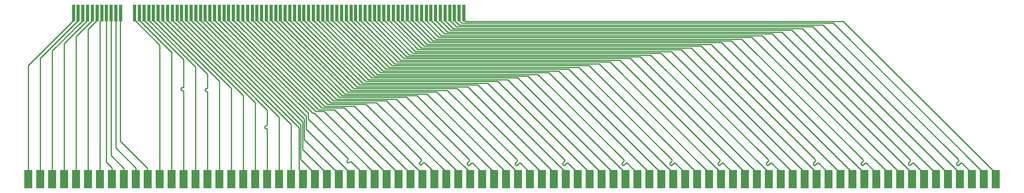
<source format=gbl>
%TF.GenerationSoftware,KiCad,Pcbnew,5.1.6*%
%TF.CreationDate,2020-09-14T21:31:35+02:00*%
%TF.ProjectId,PCIe-pin-header-adapter,50434965-2d70-4696-9e2d-686561646572,rev?*%
%TF.SameCoordinates,Original*%
%TF.FileFunction,Copper,L2,Bot*%
%TF.FilePolarity,Positive*%
%FSLAX46Y46*%
G04 Gerber Fmt 4.6, Leading zero omitted, Abs format (unit mm)*
G04 Created by KiCad (PCBNEW 5.1.6) date 2020-09-14 21:31:35*
%MOMM*%
%LPD*%
G01*
G04 APERTURE LIST*
%TA.AperFunction,SMDPad,CuDef*%
%ADD10R,0.700000X3.600000*%
%TD*%
%TA.AperFunction,SMDPad,CuDef*%
%ADD11R,1.700000X4.000000*%
%TD*%
%TA.AperFunction,Conductor*%
%ADD12C,0.250000*%
%TD*%
G04 APERTURE END LIST*
D10*
%TO.P,J4,B82*%
%TO.N,Net-(J4-PadB82)*%
X107840000Y-83900000D03*
%TO.P,J4,B81*%
%TO.N,Net-(J4-PadB81)*%
X106840000Y-83900000D03*
%TO.P,J4,B80*%
%TO.N,Net-(J4-PadB80)*%
X105840000Y-83900000D03*
%TO.P,J4,B79*%
%TO.N,Net-(J4-PadB79)*%
X104840000Y-83900000D03*
%TO.P,J4,B78*%
%TO.N,Net-(J4-PadB78)*%
X103840000Y-83900000D03*
%TO.P,J4,B77*%
%TO.N,Net-(J4-PadB77)*%
X102840000Y-83900000D03*
%TO.P,J4,B76*%
%TO.N,Net-(J4-PadB76)*%
X101840000Y-83900000D03*
%TO.P,J4,B75*%
%TO.N,Net-(J4-PadB75)*%
X100840000Y-83900000D03*
%TO.P,J4,B74*%
%TO.N,Net-(J4-PadB74)*%
X99840000Y-83900000D03*
%TO.P,J4,B73*%
%TO.N,Net-(J4-PadB73)*%
X98840000Y-83900000D03*
%TO.P,J4,B72*%
%TO.N,Net-(J4-PadB72)*%
X97840000Y-83900000D03*
%TO.P,J4,B71*%
%TO.N,Net-(J4-PadB71)*%
X96840000Y-83900000D03*
%TO.P,J4,B70*%
%TO.N,Net-(J4-PadB70)*%
X95840000Y-83900000D03*
%TO.P,J4,B69*%
%TO.N,Net-(J4-PadB69)*%
X94840000Y-83900000D03*
%TO.P,J4,B68*%
%TO.N,Net-(J4-PadB68)*%
X93840000Y-83900000D03*
%TO.P,J4,B67*%
%TO.N,Net-(J4-PadB67)*%
X92840000Y-83900000D03*
%TO.P,J4,B66*%
%TO.N,Net-(J4-PadB66)*%
X91840000Y-83900000D03*
%TO.P,J4,B65*%
%TO.N,Net-(J4-PadB65)*%
X90840000Y-83900000D03*
%TO.P,J4,B64*%
%TO.N,Net-(J4-PadB64)*%
X89840000Y-83900000D03*
%TO.P,J4,B63*%
%TO.N,Net-(J4-PadB63)*%
X88840000Y-83900000D03*
%TO.P,J4,B62*%
%TO.N,Net-(J4-PadB62)*%
X87840000Y-83900000D03*
%TO.P,J4,B61*%
%TO.N,Net-(J4-PadB61)*%
X86840000Y-83900000D03*
%TO.P,J4,B60*%
%TO.N,Net-(J4-PadB60)*%
X85840000Y-83900000D03*
%TO.P,J4,B59*%
%TO.N,Net-(J4-PadB59)*%
X84840000Y-83900000D03*
%TO.P,J4,B58*%
%TO.N,Net-(J4-PadB58)*%
X83840000Y-83900000D03*
%TO.P,J4,B57*%
%TO.N,Net-(J4-PadB57)*%
X82840000Y-83900000D03*
%TO.P,J4,B56*%
%TO.N,Net-(J4-PadB56)*%
X81840000Y-83900000D03*
%TO.P,J4,B55*%
%TO.N,Net-(J4-PadB55)*%
X80840000Y-83900000D03*
%TO.P,J4,B54*%
%TO.N,Net-(J4-PadB54)*%
X79840000Y-83900000D03*
%TO.P,J4,B53*%
%TO.N,Net-(J4-PadB53)*%
X78840000Y-83900000D03*
%TO.P,J4,B52*%
%TO.N,Net-(J4-PadB52)*%
X77840000Y-83900000D03*
%TO.P,J4,B51*%
%TO.N,Net-(J4-PadB51)*%
X76840000Y-83900000D03*
%TO.P,J4,B50*%
%TO.N,Net-(J4-PadB50)*%
X75840000Y-83900000D03*
%TO.P,J4,B49*%
%TO.N,Net-(J4-PadB49)*%
X74840000Y-83900000D03*
%TO.P,J4,B48*%
%TO.N,Net-(J4-PadB48)*%
X73840000Y-83900000D03*
%TO.P,J4,B47*%
%TO.N,Net-(J4-PadB47)*%
X72840000Y-83900000D03*
%TO.P,J4,B46*%
%TO.N,Net-(J4-PadB46)*%
X71840000Y-83900000D03*
%TO.P,J4,B45*%
%TO.N,Net-(J4-PadB45)*%
X70840000Y-83900000D03*
%TO.P,J4,B44*%
%TO.N,Net-(J4-PadB44)*%
X69840000Y-83900000D03*
%TO.P,J4,B43*%
%TO.N,Net-(J4-PadB43)*%
X68840000Y-83900000D03*
%TO.P,J4,B42*%
%TO.N,Net-(J4-PadB42)*%
X67840000Y-83900000D03*
%TO.P,J4,B41*%
%TO.N,Net-(J4-PadB41)*%
X66840000Y-83900000D03*
%TO.P,J4,B40*%
%TO.N,Net-(J4-PadB40)*%
X65840000Y-83900000D03*
%TO.P,J4,B39*%
%TO.N,Net-(J4-PadB39)*%
X64840000Y-83900000D03*
%TO.P,J4,B38*%
%TO.N,Net-(J4-PadB38)*%
X63840000Y-83900000D03*
%TO.P,J4,B37*%
%TO.N,Net-(J4-PadB37)*%
X62840000Y-83900000D03*
%TO.P,J4,B36*%
%TO.N,Net-(J4-PadB36)*%
X61840000Y-83900000D03*
%TO.P,J4,B35*%
%TO.N,Net-(J4-PadB35)*%
X60840000Y-83900000D03*
%TO.P,J4,B34*%
%TO.N,Net-(J4-PadB34)*%
X59840000Y-83900000D03*
%TO.P,J4,B33*%
%TO.N,Net-(J4-PadB33)*%
X58840000Y-83900000D03*
%TO.P,J4,B32*%
%TO.N,Net-(J4-PadB32)*%
X57840000Y-83900000D03*
%TO.P,J4,B31*%
%TO.N,Net-(J4-PadB31)*%
X56840000Y-83900000D03*
%TO.P,J4,B30*%
%TO.N,Net-(J4-PadB30)*%
X55840000Y-83900000D03*
%TO.P,J4,B29*%
%TO.N,Net-(J4-PadB29)*%
X54840000Y-83900000D03*
%TO.P,J4,B28*%
%TO.N,Net-(J4-PadB28)*%
X53840000Y-83900000D03*
%TO.P,J4,B27*%
%TO.N,Net-(J4-PadB27)*%
X52840000Y-83900000D03*
%TO.P,J4,B26*%
%TO.N,Net-(J4-PadB26)*%
X51840000Y-83900000D03*
%TO.P,J4,B25*%
%TO.N,Net-(J4-PadB25)*%
X50840000Y-83900000D03*
%TO.P,J4,B24*%
%TO.N,Net-(J4-PadB24)*%
X49840000Y-83900000D03*
%TO.P,J4,B23*%
%TO.N,Net-(J4-PadB23)*%
X48840000Y-83900000D03*
%TO.P,J4,B22*%
%TO.N,Net-(J4-PadB22)*%
X47840000Y-83900000D03*
%TO.P,J4,B21*%
%TO.N,Net-(J4-PadB21)*%
X46840000Y-83900000D03*
%TO.P,J4,B20*%
%TO.N,Net-(J4-PadB20)*%
X45840000Y-83900000D03*
%TO.P,J4,B19*%
%TO.N,Net-(J4-PadB19)*%
X44840000Y-83900000D03*
%TO.P,J4,B18*%
%TO.N,Net-(J4-PadB18)*%
X43840000Y-83900000D03*
%TO.P,J4,B17*%
%TO.N,Net-(J4-PadB17)*%
X42840000Y-83900000D03*
%TO.P,J4,B16*%
%TO.N,Net-(J4-PadB16)*%
X41840000Y-83900000D03*
%TO.P,J4,B15*%
%TO.N,Net-(J4-PadB15)*%
X40840000Y-83900000D03*
%TO.P,J4,B14*%
%TO.N,Net-(J4-PadB14)*%
X39840000Y-83900000D03*
%TO.P,J4,B13*%
%TO.N,Net-(J4-PadB13)*%
X38840000Y-83900000D03*
%TO.P,J4,B12*%
%TO.N,Net-(J4-PadB12)*%
X37840000Y-83900000D03*
%TO.P,J4,B11*%
%TO.N,Net-(J4-PadB11)*%
X34840000Y-83900000D03*
%TO.P,J4,B10*%
%TO.N,Net-(J4-PadB10)*%
X33840000Y-83900000D03*
%TO.P,J4,B9*%
%TO.N,Net-(J4-PadB9)*%
X32840000Y-83900000D03*
%TO.P,J4,B8*%
%TO.N,Net-(J4-PadB8)*%
X31840000Y-83900000D03*
%TO.P,J4,B7*%
%TO.N,Net-(J4-PadB7)*%
X30840000Y-83900000D03*
%TO.P,J4,B6*%
%TO.N,Net-(J4-PadB6)*%
X29840000Y-83900000D03*
%TO.P,J4,B5*%
%TO.N,Net-(J4-PadB5)*%
X28840000Y-83900000D03*
%TO.P,J4,B4*%
%TO.N,Net-(J4-PadB4)*%
X27840000Y-83900000D03*
%TO.P,J4,B3*%
%TO.N,Net-(J4-PadB3)*%
X26840000Y-83900000D03*
%TO.P,J4,B2*%
%TO.N,Net-(J4-PadB2)*%
X25840000Y-83900000D03*
%TO.P,J4,B1*%
%TO.N,Net-(J4-PadB1)*%
X24840000Y-83900000D03*
%TD*%
D11*
%TO.P,J7,2*%
%TO.N,Net-(J4-PadB82)*%
X220980000Y-119380000D03*
%TO.P,J7,1*%
%TO.N,Net-(J4-PadB81)*%
X218440000Y-119380000D03*
%TD*%
%TO.P,J6,40*%
%TO.N,Net-(J4-PadB80)*%
X215900000Y-119380000D03*
%TO.P,J6,39*%
%TO.N,Net-(J4-PadB79)*%
X213360000Y-119380000D03*
%TO.P,J6,38*%
%TO.N,Net-(J4-PadB78)*%
X210820000Y-119380000D03*
%TO.P,J6,37*%
%TO.N,Net-(J4-PadB77)*%
X208280000Y-119380000D03*
%TO.P,J6,36*%
%TO.N,Net-(J4-PadB76)*%
X205740000Y-119380000D03*
%TO.P,J6,35*%
%TO.N,Net-(J4-PadB75)*%
X203200000Y-119380000D03*
%TO.P,J6,34*%
%TO.N,Net-(J4-PadB74)*%
X200660000Y-119380000D03*
%TO.P,J6,33*%
%TO.N,Net-(J4-PadB73)*%
X198120000Y-119380000D03*
%TO.P,J6,32*%
%TO.N,Net-(J4-PadB72)*%
X195580000Y-119380000D03*
%TO.P,J6,31*%
%TO.N,Net-(J4-PadB71)*%
X193040000Y-119380000D03*
%TO.P,J6,30*%
%TO.N,Net-(J4-PadB70)*%
X190500000Y-119380000D03*
%TO.P,J6,29*%
%TO.N,Net-(J4-PadB69)*%
X187960000Y-119380000D03*
%TO.P,J6,28*%
%TO.N,Net-(J4-PadB68)*%
X185420000Y-119380000D03*
%TO.P,J6,27*%
%TO.N,Net-(J4-PadB67)*%
X182880000Y-119380000D03*
%TO.P,J6,26*%
%TO.N,Net-(J4-PadB66)*%
X180340000Y-119380000D03*
%TO.P,J6,25*%
%TO.N,Net-(J4-PadB65)*%
X177800000Y-119380000D03*
%TO.P,J6,24*%
%TO.N,Net-(J4-PadB64)*%
X175260000Y-119380000D03*
%TO.P,J6,23*%
%TO.N,Net-(J4-PadB63)*%
X172720000Y-119380000D03*
%TO.P,J6,22*%
%TO.N,Net-(J4-PadB62)*%
X170180000Y-119380000D03*
%TO.P,J6,21*%
%TO.N,Net-(J4-PadB61)*%
X167640000Y-119380000D03*
%TO.P,J6,20*%
%TO.N,Net-(J4-PadB60)*%
X165100000Y-119380000D03*
%TO.P,J6,19*%
%TO.N,Net-(J4-PadB59)*%
X162560000Y-119380000D03*
%TO.P,J6,18*%
%TO.N,Net-(J4-PadB58)*%
X160020000Y-119380000D03*
%TO.P,J6,17*%
%TO.N,Net-(J4-PadB57)*%
X157480000Y-119380000D03*
%TO.P,J6,16*%
%TO.N,Net-(J4-PadB56)*%
X154940000Y-119380000D03*
%TO.P,J6,15*%
%TO.N,Net-(J4-PadB55)*%
X152400000Y-119380000D03*
%TO.P,J6,14*%
%TO.N,Net-(J4-PadB54)*%
X149860000Y-119380000D03*
%TO.P,J6,13*%
%TO.N,Net-(J4-PadB53)*%
X147320000Y-119380000D03*
%TO.P,J6,12*%
%TO.N,Net-(J4-PadB52)*%
X144780000Y-119380000D03*
%TO.P,J6,11*%
%TO.N,Net-(J4-PadB51)*%
X142240000Y-119380000D03*
%TO.P,J6,10*%
%TO.N,Net-(J4-PadB50)*%
X139700000Y-119380000D03*
%TO.P,J6,9*%
%TO.N,Net-(J4-PadB49)*%
X137160000Y-119380000D03*
%TO.P,J6,8*%
%TO.N,Net-(J4-PadB48)*%
X134620000Y-119380000D03*
%TO.P,J6,7*%
%TO.N,Net-(J4-PadB47)*%
X132080000Y-119380000D03*
%TO.P,J6,6*%
%TO.N,Net-(J4-PadB46)*%
X129540000Y-119380000D03*
%TO.P,J6,5*%
%TO.N,Net-(J4-PadB45)*%
X127000000Y-119380000D03*
%TO.P,J6,4*%
%TO.N,Net-(J4-PadB44)*%
X124460000Y-119380000D03*
%TO.P,J6,3*%
%TO.N,Net-(J4-PadB43)*%
X121920000Y-119380000D03*
%TO.P,J6,2*%
%TO.N,Net-(J4-PadB42)*%
X119380000Y-119380000D03*
%TO.P,J6,1*%
%TO.N,Net-(J4-PadB41)*%
X116840000Y-119380000D03*
%TD*%
%TO.P,J5,40*%
%TO.N,Net-(J4-PadB40)*%
X114300000Y-119380000D03*
%TO.P,J5,39*%
%TO.N,Net-(J4-PadB39)*%
X111760000Y-119380000D03*
%TO.P,J5,38*%
%TO.N,Net-(J4-PadB38)*%
X109220000Y-119380000D03*
%TO.P,J5,37*%
%TO.N,Net-(J4-PadB37)*%
X106680000Y-119380000D03*
%TO.P,J5,36*%
%TO.N,Net-(J4-PadB36)*%
X104140000Y-119380000D03*
%TO.P,J5,35*%
%TO.N,Net-(J4-PadB35)*%
X101600000Y-119380000D03*
%TO.P,J5,34*%
%TO.N,Net-(J4-PadB34)*%
X99060000Y-119380000D03*
%TO.P,J5,33*%
%TO.N,Net-(J4-PadB33)*%
X96520000Y-119380000D03*
%TO.P,J5,32*%
%TO.N,Net-(J4-PadB32)*%
X93980000Y-119380000D03*
%TO.P,J5,31*%
%TO.N,Net-(J4-PadB31)*%
X91440000Y-119380000D03*
%TO.P,J5,30*%
%TO.N,Net-(J4-PadB30)*%
X88900000Y-119380000D03*
%TO.P,J5,29*%
%TO.N,Net-(J4-PadB29)*%
X86360000Y-119380000D03*
%TO.P,J5,28*%
%TO.N,Net-(J4-PadB28)*%
X83820000Y-119380000D03*
%TO.P,J5,27*%
%TO.N,Net-(J4-PadB27)*%
X81280000Y-119380000D03*
%TO.P,J5,26*%
%TO.N,Net-(J4-PadB26)*%
X78740000Y-119380000D03*
%TO.P,J5,25*%
%TO.N,Net-(J4-PadB25)*%
X76200000Y-119380000D03*
%TO.P,J5,24*%
%TO.N,Net-(J4-PadB24)*%
X73660000Y-119380000D03*
%TO.P,J5,23*%
%TO.N,Net-(J4-PadB23)*%
X71120000Y-119380000D03*
%TO.P,J5,22*%
%TO.N,Net-(J4-PadB22)*%
X68580000Y-119380000D03*
%TO.P,J5,21*%
%TO.N,Net-(J4-PadB21)*%
X66040000Y-119380000D03*
%TO.P,J5,20*%
%TO.N,Net-(J4-PadB20)*%
X63500000Y-119380000D03*
%TO.P,J5,19*%
%TO.N,Net-(J4-PadB19)*%
X60960000Y-119380000D03*
%TO.P,J5,18*%
%TO.N,Net-(J4-PadB18)*%
X58420000Y-119380000D03*
%TO.P,J5,17*%
%TO.N,Net-(J4-PadB17)*%
X55880000Y-119380000D03*
%TO.P,J5,16*%
%TO.N,Net-(J4-PadB16)*%
X53340000Y-119380000D03*
%TO.P,J5,15*%
%TO.N,Net-(J4-PadB15)*%
X50800000Y-119380000D03*
%TO.P,J5,14*%
%TO.N,Net-(J4-PadB14)*%
X48260000Y-119380000D03*
%TO.P,J5,13*%
%TO.N,Net-(J4-PadB13)*%
X45720000Y-119380000D03*
%TO.P,J5,12*%
%TO.N,Net-(J4-PadB12)*%
X43180000Y-119380000D03*
%TO.P,J5,11*%
%TO.N,Net-(J4-PadB11)*%
X40640000Y-119380000D03*
%TO.P,J5,10*%
%TO.N,Net-(J4-PadB10)*%
X38100000Y-119380000D03*
%TO.P,J5,9*%
%TO.N,Net-(J4-PadB9)*%
X35560000Y-119380000D03*
%TO.P,J5,8*%
%TO.N,Net-(J4-PadB8)*%
X33020000Y-119380000D03*
%TO.P,J5,7*%
%TO.N,Net-(J4-PadB7)*%
X30480000Y-119380000D03*
%TO.P,J5,6*%
%TO.N,Net-(J4-PadB6)*%
X27940000Y-119380000D03*
%TO.P,J5,5*%
%TO.N,Net-(J4-PadB5)*%
X25400000Y-119380000D03*
%TO.P,J5,4*%
%TO.N,Net-(J4-PadB4)*%
X22860000Y-119380000D03*
%TO.P,J5,3*%
%TO.N,Net-(J4-PadB3)*%
X20320000Y-119380000D03*
%TO.P,J5,2*%
%TO.N,Net-(J4-PadB2)*%
X17780000Y-119380000D03*
%TO.P,J5,1*%
%TO.N,Net-(J4-PadB1)*%
X15240000Y-119380000D03*
%TD*%
D12*
%TO.N,Net-(J4-PadB82)*%
X221280000Y-118430000D02*
X188550000Y-85700000D01*
X188550000Y-85700000D02*
X108200000Y-85700000D01*
X108200000Y-85700000D02*
X107840000Y-85340000D01*
X107840000Y-85340000D02*
X107840000Y-83900000D01*
%TO.N,Net-(J4-PadB81)*%
X186377010Y-86077010D02*
X218700000Y-118400000D01*
X106840000Y-83900000D02*
X106840000Y-85503602D01*
X106840000Y-85503602D02*
X107413408Y-86077010D01*
X107413408Y-86077010D02*
X186377010Y-86077010D01*
%TO.N,Net-(J4-PadB80)*%
X213705479Y-115977494D02*
X213766005Y-116006642D01*
X213055981Y-115378542D02*
X213055981Y-115445721D01*
X213041032Y-115511215D02*
X213011885Y-115571741D01*
X212865699Y-116417351D02*
X212932878Y-116417351D01*
X213639985Y-115962545D02*
X213705479Y-115977494D01*
X213446786Y-116006642D02*
X213507312Y-115977494D01*
X212998372Y-116402402D02*
X213058898Y-116373255D01*
X212616124Y-116218322D02*
X212645272Y-116278848D01*
X212645272Y-116278848D02*
X212687157Y-116331370D01*
X212601175Y-116152828D02*
X212616124Y-116218322D01*
X212739679Y-116373255D02*
X212800205Y-116402402D01*
X213111421Y-116331370D02*
X213394263Y-116048527D01*
X212645272Y-115959629D02*
X212616124Y-116020155D01*
X212616124Y-116020155D02*
X212601175Y-116085649D01*
X213766005Y-116006642D02*
X213818528Y-116048528D01*
X212687157Y-116331370D02*
X212739679Y-116373255D01*
X213055981Y-115445721D02*
X213041032Y-115511215D01*
X212932878Y-116417351D02*
X212998372Y-116402402D01*
X213394263Y-116048527D02*
X213446786Y-116006642D01*
X212970000Y-115624264D02*
X212687157Y-115907106D01*
X213507312Y-115977494D02*
X213572806Y-115962545D01*
X213011885Y-115571741D02*
X212970000Y-115624264D01*
X213041032Y-115313048D02*
X213055981Y-115378542D01*
X213058898Y-116373255D02*
X213111421Y-116331370D01*
X212601175Y-116085649D02*
X212601175Y-116152828D01*
X213011885Y-115252522D02*
X213041032Y-115313048D01*
X212687157Y-115907106D02*
X212645272Y-115959629D01*
X212970000Y-115200000D02*
X213011885Y-115252522D01*
X212800205Y-116402402D02*
X212865699Y-116417351D01*
X213572806Y-115962545D02*
X213639985Y-115962545D01*
X105800000Y-85463602D02*
X105800000Y-84000000D01*
X106790418Y-86454020D02*
X105800000Y-85463602D01*
X184224020Y-86454020D02*
X106790418Y-86454020D01*
X215900000Y-118130000D02*
X213818528Y-116048528D01*
X215900000Y-119380000D02*
X215900000Y-118130000D01*
X184224020Y-86454020D02*
X212970000Y-115200000D01*
%TO.N,Net-(J4-PadB79)*%
X213660000Y-118460000D02*
X182031030Y-86831030D01*
X182031030Y-86831030D02*
X178768970Y-86831030D01*
X104840000Y-83900000D02*
X104840000Y-85440000D01*
X106368970Y-86831030D02*
X178768970Y-86831030D01*
X106231030Y-86831030D02*
X106368970Y-86831030D01*
X104840000Y-85440000D02*
X106231030Y-86831030D01*
%TO.N,Net-(J4-PadB78)*%
X211120000Y-118520000D02*
X179808040Y-87208040D01*
X103800000Y-85443172D02*
X103800000Y-84000000D01*
X179808040Y-87208040D02*
X178925132Y-87208040D01*
X178925132Y-87208040D02*
X105564867Y-87208039D01*
X105564867Y-87208039D02*
X103800000Y-85443172D01*
%TO.N,Net-(J4-PadB77)*%
X208580000Y-118580000D02*
X177585049Y-87585049D01*
X102840000Y-83900000D02*
X102840000Y-85440000D01*
X104985049Y-87585049D02*
X105214951Y-87585049D01*
X102840000Y-85440000D02*
X104985049Y-87585049D01*
X177585049Y-87585049D02*
X105214951Y-87585049D01*
%TO.N,Net-(J4-PadB76)*%
X205740000Y-118240000D02*
X205740000Y-119380000D01*
X203496005Y-116006642D02*
X203548528Y-116048528D01*
X203369985Y-115962545D02*
X203435479Y-115977494D01*
X203302806Y-115962545D02*
X203369985Y-115962545D01*
X203237312Y-115977494D02*
X203302806Y-115962545D01*
X202417157Y-115907106D02*
X202375272Y-115959629D01*
X202771032Y-115511215D02*
X202741885Y-115571741D01*
X202346124Y-116020155D02*
X202331175Y-116085649D01*
X202375272Y-116278848D02*
X202417157Y-116331370D01*
X202785981Y-115445721D02*
X202771032Y-115511215D01*
X203548528Y-116048528D02*
X205740000Y-118240000D01*
X202741885Y-115252522D02*
X202771032Y-115313048D01*
X202530205Y-116402402D02*
X202595699Y-116417351D01*
X202700000Y-115200000D02*
X202741885Y-115252522D01*
X104362059Y-87962059D02*
X175462059Y-87962059D01*
X175462059Y-87962059D02*
X202700000Y-115200000D01*
X202728372Y-116402402D02*
X202788898Y-116373255D01*
X202741885Y-115571741D02*
X202700000Y-115624264D01*
X101840000Y-83900000D02*
X101840000Y-85440000D01*
X202331175Y-116085649D02*
X202331175Y-116152828D01*
X202700000Y-115624264D02*
X202417157Y-115907106D01*
X101840000Y-85440000D02*
X104362059Y-87962059D01*
X202469679Y-116373255D02*
X202530205Y-116402402D01*
X202331175Y-116152828D02*
X202346124Y-116218322D01*
X202346124Y-116218322D02*
X202375272Y-116278848D01*
X202785981Y-115378542D02*
X202785981Y-115445721D01*
X202417157Y-116331370D02*
X202469679Y-116373255D01*
X203435479Y-115977494D02*
X203496005Y-116006642D01*
X202771032Y-115313048D02*
X202785981Y-115378542D01*
X202375272Y-115959629D02*
X202346124Y-116020155D01*
X202595699Y-116417351D02*
X202662878Y-116417351D01*
X202662878Y-116417351D02*
X202728372Y-116402402D01*
X203176786Y-116006642D02*
X203237312Y-115977494D01*
X202841421Y-116331370D02*
X203124263Y-116048527D01*
X203124263Y-116048527D02*
X203176786Y-116006642D01*
X202788898Y-116373255D02*
X202841421Y-116331370D01*
%TO.N,Net-(J4-PadB75)*%
X203500000Y-118430000D02*
X173409069Y-88339069D01*
X100840000Y-83900000D02*
X100840000Y-85540000D01*
X100840000Y-83900000D02*
X100840000Y-85473172D01*
X103705897Y-88339069D02*
X103760931Y-88339069D01*
X100840000Y-85473172D02*
X103705897Y-88339069D01*
X173409069Y-88339069D02*
X103760931Y-88339069D01*
%TO.N,Net-(J4-PadB74)*%
X200300000Y-117800000D02*
X171216079Y-88716079D01*
X103052477Y-88716079D02*
X99800000Y-85463602D01*
X171216079Y-88716079D02*
X103052477Y-88716079D01*
X99800000Y-85463602D02*
X99800000Y-83900000D01*
%TO.N,Net-(J4-PadB73)*%
X198420000Y-118420000D02*
X169093089Y-89093089D01*
X98900000Y-84200000D02*
X99000000Y-84100000D01*
X98840000Y-83900000D02*
X98840000Y-85440000D01*
X102493089Y-89093089D02*
X102693089Y-89093089D01*
X98840000Y-85440000D02*
X102493089Y-89093089D01*
X169093089Y-89093089D02*
X102693089Y-89093089D01*
%TO.N,Net-(J4-PadB72)*%
X193508528Y-116048528D02*
X195580000Y-118120000D01*
X193395479Y-115977494D02*
X193456005Y-116006642D01*
X193329985Y-115962545D02*
X193395479Y-115977494D01*
X193262806Y-115962545D02*
X193329985Y-115962545D01*
X192660000Y-115624264D02*
X192377157Y-115907106D01*
X195580000Y-118120000D02*
X195580000Y-119380000D01*
X192701885Y-115571741D02*
X192660000Y-115624264D01*
X101870099Y-89470099D02*
X166930099Y-89470099D01*
X192731032Y-115511215D02*
X192701885Y-115571741D01*
X166930099Y-89470099D02*
X192660000Y-115200000D01*
X192745981Y-115378542D02*
X192745981Y-115445721D01*
X193456005Y-116006642D02*
X193508528Y-116048528D01*
X192731032Y-115313048D02*
X192745981Y-115378542D01*
X192335272Y-115959629D02*
X192306124Y-116020155D01*
X192660000Y-115200000D02*
X192701885Y-115252522D01*
X192377157Y-115907106D02*
X192335272Y-115959629D01*
X192555699Y-116417351D02*
X192622878Y-116417351D01*
X192622878Y-116417351D02*
X192688372Y-116402402D01*
X192377157Y-116331370D02*
X192429679Y-116373255D01*
X192701885Y-115252522D02*
X192731032Y-115313048D01*
X192291175Y-116085649D02*
X192291175Y-116152828D01*
X192688372Y-116402402D02*
X192748898Y-116373255D01*
X97840000Y-85440000D02*
X101870099Y-89470099D01*
X97840000Y-83900000D02*
X97840000Y-85440000D01*
X192306124Y-116020155D02*
X192291175Y-116085649D01*
X192429679Y-116373255D02*
X192490205Y-116402402D01*
X193136786Y-116006642D02*
X193197312Y-115977494D01*
X192291175Y-116152828D02*
X192306124Y-116218322D01*
X192306124Y-116218322D02*
X192335272Y-116278848D01*
X192335272Y-116278848D02*
X192377157Y-116331370D01*
X193197312Y-115977494D02*
X193262806Y-115962545D01*
X192490205Y-116402402D02*
X192555699Y-116417351D01*
X193084263Y-116048527D02*
X193136786Y-116006642D01*
X192748898Y-116373255D02*
X192801421Y-116331370D01*
X192745981Y-115445721D02*
X192731032Y-115511215D01*
X192801421Y-116331370D02*
X193084263Y-116048527D01*
%TO.N,Net-(J4-PadB71)*%
X193340000Y-118440000D02*
X164747109Y-89847109D01*
X96840000Y-83900000D02*
X96840000Y-85440000D01*
X98600000Y-87200000D02*
X98605782Y-87200000D01*
X98605782Y-87200000D02*
X101252891Y-89847109D01*
X96840000Y-85440000D02*
X98600000Y-87200000D01*
X164747109Y-89847109D02*
X101252891Y-89847109D01*
%TO.N,Net-(J4-PadB70)*%
X190800000Y-118400000D02*
X162624119Y-90224119D01*
X100624119Y-90224119D02*
X95800000Y-85400000D01*
X95800000Y-85400000D02*
X95800000Y-83900000D01*
X162624119Y-90224119D02*
X100624119Y-90224119D01*
%TO.N,Net-(J4-PadB69)*%
X94800000Y-85400000D02*
X94800000Y-83900000D01*
X160401129Y-90601129D02*
X100001129Y-90601129D01*
X100001129Y-90601129D02*
X94800000Y-85400000D01*
X188260000Y-118460000D02*
X160401129Y-90601129D01*
%TO.N,Net-(J4-PadB68)*%
X183235479Y-115977494D02*
X183296005Y-116006642D01*
X182585981Y-115378542D02*
X182585981Y-115445721D01*
X182571032Y-115511215D02*
X182541885Y-115571741D01*
X182395699Y-116417351D02*
X182462878Y-116417351D01*
X183169985Y-115962545D02*
X183235479Y-115977494D01*
X182976786Y-116006642D02*
X183037312Y-115977494D01*
X182528372Y-116402402D02*
X182588898Y-116373255D01*
X182146124Y-116218322D02*
X182175272Y-116278848D01*
X182175272Y-116278848D02*
X182217157Y-116331370D01*
X182131175Y-116152828D02*
X182146124Y-116218322D01*
X182269679Y-116373255D02*
X182330205Y-116402402D01*
X182641421Y-116331370D02*
X182924263Y-116048527D01*
X182175272Y-115959629D02*
X182146124Y-116020155D01*
X182146124Y-116020155D02*
X182131175Y-116085649D01*
X183296005Y-116006642D02*
X183348528Y-116048528D01*
X182217157Y-116331370D02*
X182269679Y-116373255D01*
X182585981Y-115445721D02*
X182571032Y-115511215D01*
X182462878Y-116417351D02*
X182528372Y-116402402D01*
X182924263Y-116048527D02*
X182976786Y-116006642D01*
X182500000Y-115624264D02*
X182217157Y-115907106D01*
X183037312Y-115977494D02*
X183102806Y-115962545D01*
X182541885Y-115571741D02*
X182500000Y-115624264D01*
X182571032Y-115313048D02*
X182585981Y-115378542D01*
X182588898Y-116373255D02*
X182641421Y-116331370D01*
X182131175Y-116085649D02*
X182131175Y-116152828D01*
X182541885Y-115252522D02*
X182571032Y-115313048D01*
X182217157Y-115907106D02*
X182175272Y-115959629D01*
X182500000Y-115200000D02*
X182541885Y-115252522D01*
X182330205Y-116402402D02*
X182395699Y-116417351D01*
X183102806Y-115962545D02*
X183169985Y-115962545D01*
X158278139Y-90978139D02*
X99378139Y-90978139D01*
X93800000Y-85400000D02*
X93800000Y-83900000D01*
X99378139Y-90978139D02*
X93800000Y-85400000D01*
X185420000Y-118120000D02*
X183348528Y-116048528D01*
X185420000Y-119380000D02*
X185420000Y-118120000D01*
X158278139Y-90978139D02*
X182500000Y-115200000D01*
%TO.N,Net-(J4-PadB67)*%
X156155149Y-91355149D02*
X98755149Y-91355149D01*
X183180000Y-118380000D02*
X156155149Y-91355149D01*
X98755149Y-91355149D02*
X92800000Y-85400000D01*
X92800000Y-85400000D02*
X92800000Y-83900000D01*
%TO.N,Net-(J4-PadB66)*%
X180640000Y-118340000D02*
X154032159Y-91732159D01*
X91800000Y-85400000D02*
X91800000Y-83900000D01*
X98132159Y-91732159D02*
X91800000Y-85400000D01*
X154032159Y-91732159D02*
X98132159Y-91732159D01*
%TO.N,Net-(J4-PadB65)*%
X151909169Y-92109169D02*
X98390831Y-92109169D01*
X90800000Y-85400000D02*
X90800000Y-83900000D01*
X178100000Y-118300000D02*
X151909169Y-92109169D01*
X98390831Y-92109169D02*
X97690831Y-92109169D01*
X97690831Y-92109169D02*
X97509169Y-92109169D01*
X97509169Y-92109169D02*
X90800000Y-85400000D01*
%TO.N,Net-(J4-PadB64)*%
X173235479Y-115977494D02*
X173296005Y-116006642D01*
X172585981Y-115378542D02*
X172585981Y-115445721D01*
X172571032Y-115511215D02*
X172541885Y-115571741D01*
X172395699Y-116417351D02*
X172462878Y-116417351D01*
X173169985Y-115962545D02*
X173235479Y-115977494D01*
X172976786Y-116006642D02*
X173037312Y-115977494D01*
X172528372Y-116402402D02*
X172588898Y-116373255D01*
X172146124Y-116218322D02*
X172175272Y-116278848D01*
X172175272Y-116278848D02*
X172217157Y-116331370D01*
X172131175Y-116152828D02*
X172146124Y-116218322D01*
X172269679Y-116373255D02*
X172330205Y-116402402D01*
X172641421Y-116331370D02*
X172924263Y-116048527D01*
X172175272Y-115959629D02*
X172146124Y-116020155D01*
X172146124Y-116020155D02*
X172131175Y-116085649D01*
X173296005Y-116006642D02*
X173348528Y-116048528D01*
X172217157Y-116331370D02*
X172269679Y-116373255D01*
X172585981Y-115445721D02*
X172571032Y-115511215D01*
X172462878Y-116417351D02*
X172528372Y-116402402D01*
X172924263Y-116048527D02*
X172976786Y-116006642D01*
X172500000Y-115624264D02*
X172217157Y-115907106D01*
X173037312Y-115977494D02*
X173102806Y-115962545D01*
X172541885Y-115571741D02*
X172500000Y-115624264D01*
X172571032Y-115313048D02*
X172585981Y-115378542D01*
X172588898Y-116373255D02*
X172641421Y-116331370D01*
X172131175Y-116085649D02*
X172131175Y-116152828D01*
X172541885Y-115252522D02*
X172571032Y-115313048D01*
X172217157Y-115907106D02*
X172175272Y-115959629D01*
X172500000Y-115200000D02*
X172541885Y-115252522D01*
X172330205Y-116402402D02*
X172395699Y-116417351D01*
X173102806Y-115962545D02*
X173169985Y-115962545D01*
X149786179Y-92486179D02*
X96886179Y-92486179D01*
X89840000Y-83900000D02*
X89840000Y-85440000D01*
X89840000Y-85440000D02*
X96886179Y-92486179D01*
X175260000Y-117960000D02*
X173348528Y-116048528D01*
X175260000Y-119380000D02*
X175260000Y-117960000D01*
X149786179Y-92486179D02*
X172500000Y-115200000D01*
%TO.N,Net-(J4-PadB63)*%
X173020000Y-118320000D02*
X147563189Y-92863189D01*
X147563189Y-92863189D02*
X96263189Y-92863189D01*
X96263189Y-92863189D02*
X88800000Y-85400000D01*
X88800000Y-85400000D02*
X88800000Y-84000000D01*
%TO.N,Net-(J4-PadB62)*%
X95959801Y-93240199D02*
X95640199Y-93240199D01*
X87840000Y-83900000D02*
X87840000Y-85440000D01*
X170480000Y-118380000D02*
X145340199Y-93240199D01*
X96259801Y-93240199D02*
X95959801Y-93240199D01*
X87840000Y-85440000D02*
X95640199Y-93240199D01*
X145340199Y-93240199D02*
X96259801Y-93240199D01*
%TO.N,Net-(J4-PadB61)*%
X86840000Y-85440000D02*
X95017209Y-93617209D01*
X143217209Y-93617209D02*
X167940000Y-118340000D01*
X86840000Y-83900000D02*
X86840000Y-85440000D01*
X95017209Y-93617209D02*
X143217209Y-93617209D01*
%TO.N,Net-(J4-PadB60)*%
X162935479Y-115977494D02*
X162996005Y-116006642D01*
X162285981Y-115378542D02*
X162285981Y-115445721D01*
X162271032Y-115511215D02*
X162241885Y-115571741D01*
X162095699Y-116417351D02*
X162162878Y-116417351D01*
X162869985Y-115962545D02*
X162935479Y-115977494D01*
X162676786Y-116006642D02*
X162737312Y-115977494D01*
X162228372Y-116402402D02*
X162288898Y-116373255D01*
X161846124Y-116218322D02*
X161875272Y-116278848D01*
X161875272Y-116278848D02*
X161917157Y-116331370D01*
X161831175Y-116152828D02*
X161846124Y-116218322D01*
X161969679Y-116373255D02*
X162030205Y-116402402D01*
X162341421Y-116331370D02*
X162624263Y-116048527D01*
X161875272Y-115959629D02*
X161846124Y-116020155D01*
X161846124Y-116020155D02*
X161831175Y-116085649D01*
X162996005Y-116006642D02*
X163048528Y-116048528D01*
X161917157Y-116331370D02*
X161969679Y-116373255D01*
X162285981Y-115445721D02*
X162271032Y-115511215D01*
X162162878Y-116417351D02*
X162228372Y-116402402D01*
X162624263Y-116048527D02*
X162676786Y-116006642D01*
X162200000Y-115624264D02*
X161917157Y-115907106D01*
X162737312Y-115977494D02*
X162802806Y-115962545D01*
X162241885Y-115571741D02*
X162200000Y-115624264D01*
X162271032Y-115313048D02*
X162285981Y-115378542D01*
X162288898Y-116373255D02*
X162341421Y-116331370D01*
X161831175Y-116085649D02*
X161831175Y-116152828D01*
X162241885Y-115252522D02*
X162271032Y-115313048D01*
X161917157Y-115907106D02*
X161875272Y-115959629D01*
X162200000Y-115200000D02*
X162241885Y-115252522D01*
X162030205Y-116402402D02*
X162095699Y-116417351D01*
X162802806Y-115962545D02*
X162869985Y-115962545D01*
X140994219Y-93994219D02*
X94394219Y-93994219D01*
X85840000Y-83900000D02*
X85840000Y-85540000D01*
X85840000Y-85440000D02*
X85840000Y-83900000D01*
X94394219Y-93994219D02*
X85840000Y-85440000D01*
X165100000Y-118100000D02*
X163048528Y-116048528D01*
X165100000Y-119380000D02*
X165100000Y-118100000D01*
X140994219Y-93994219D02*
X162200000Y-115200000D01*
%TO.N,Net-(J4-PadB59)*%
X84840000Y-85440000D02*
X84840000Y-83900000D01*
X138871229Y-94371229D02*
X93771229Y-94371229D01*
X93771229Y-94371229D02*
X84840000Y-85440000D01*
X162860000Y-118360000D02*
X138871229Y-94371229D01*
%TO.N,Net-(J4-PadB58)*%
X83840000Y-85440000D02*
X83840000Y-83900000D01*
X93148239Y-94748239D02*
X83840000Y-85440000D01*
X160320000Y-118420000D02*
X136648239Y-94748239D01*
X136648239Y-94748239D02*
X93148239Y-94748239D01*
%TO.N,Net-(J4-PadB57)*%
X134425249Y-95125249D02*
X92525249Y-95125249D01*
X82840000Y-85440000D02*
X82840000Y-83900000D01*
X157780000Y-118480000D02*
X134425249Y-95125249D01*
X92525249Y-95125249D02*
X82840000Y-85440000D01*
%TO.N,Net-(J4-PadB56)*%
X152735479Y-115977494D02*
X152796005Y-116006642D01*
X152085981Y-115378542D02*
X152085981Y-115445721D01*
X152071032Y-115511215D02*
X152041885Y-115571741D01*
X151895699Y-116417351D02*
X151962878Y-116417351D01*
X152669985Y-115962545D02*
X152735479Y-115977494D01*
X152476786Y-116006642D02*
X152537312Y-115977494D01*
X152028372Y-116402402D02*
X152088898Y-116373255D01*
X151646124Y-116218322D02*
X151675272Y-116278848D01*
X151675272Y-116278848D02*
X151717157Y-116331370D01*
X151631175Y-116152828D02*
X151646124Y-116218322D01*
X151769679Y-116373255D02*
X151830205Y-116402402D01*
X152141421Y-116331370D02*
X152424263Y-116048527D01*
X151675272Y-115959629D02*
X151646124Y-116020155D01*
X151646124Y-116020155D02*
X151631175Y-116085649D01*
X152796005Y-116006642D02*
X152848528Y-116048528D01*
X151717157Y-116331370D02*
X151769679Y-116373255D01*
X152085981Y-115445721D02*
X152071032Y-115511215D01*
X151962878Y-116417351D02*
X152028372Y-116402402D01*
X152424263Y-116048527D02*
X152476786Y-116006642D01*
X152000000Y-115624264D02*
X151717157Y-115907106D01*
X152537312Y-115977494D02*
X152602806Y-115962545D01*
X152041885Y-115571741D02*
X152000000Y-115624264D01*
X152071032Y-115313048D02*
X152085981Y-115378542D01*
X152088898Y-116373255D02*
X152141421Y-116331370D01*
X151631175Y-116085649D02*
X151631175Y-116152828D01*
X152041885Y-115252522D02*
X152071032Y-115313048D01*
X151717157Y-115907106D02*
X151675272Y-115959629D01*
X152000000Y-115200000D02*
X152041885Y-115252522D01*
X151830205Y-116402402D02*
X151895699Y-116417351D01*
X152602806Y-115962545D02*
X152669985Y-115962545D01*
X91902259Y-95502259D02*
X81840000Y-85440000D01*
X132302259Y-95502259D02*
X91902259Y-95502259D01*
X81840000Y-85440000D02*
X81840000Y-83900000D01*
X154940000Y-118140000D02*
X152848528Y-116048528D01*
X154940000Y-119380000D02*
X154940000Y-118140000D01*
X132302259Y-95502259D02*
X152000000Y-115200000D01*
%TO.N,Net-(J4-PadB55)*%
X80840000Y-85440000D02*
X80840000Y-83900000D01*
X152700000Y-118500000D02*
X130079269Y-95879269D01*
X130079269Y-95879269D02*
X91279269Y-95879269D01*
X91279269Y-95879269D02*
X80840000Y-85440000D01*
%TO.N,Net-(J4-PadB54)*%
X90656279Y-96256279D02*
X79840000Y-85440000D01*
X127956279Y-96256279D02*
X90656279Y-96256279D01*
X150160000Y-118460000D02*
X127956279Y-96256279D01*
X79840000Y-85440000D02*
X79840000Y-83900000D01*
%TO.N,Net-(J4-PadB53)*%
X90033289Y-96633289D02*
X78840000Y-85440000D01*
X78840000Y-85440000D02*
X78840000Y-83900000D01*
X147620000Y-118420000D02*
X125833289Y-96633289D01*
X125833289Y-96633289D02*
X90033289Y-96633289D01*
%TO.N,Net-(J4-PadB52)*%
X142535479Y-115977494D02*
X142596005Y-116006642D01*
X141885981Y-115378542D02*
X141885981Y-115445721D01*
X141871032Y-115511215D02*
X141841885Y-115571741D01*
X141695699Y-116417351D02*
X141762878Y-116417351D01*
X142469985Y-115962545D02*
X142535479Y-115977494D01*
X142276786Y-116006642D02*
X142337312Y-115977494D01*
X141828372Y-116402402D02*
X141888898Y-116373255D01*
X141446124Y-116218322D02*
X141475272Y-116278848D01*
X141475272Y-116278848D02*
X141517157Y-116331370D01*
X141431175Y-116152828D02*
X141446124Y-116218322D01*
X141569679Y-116373255D02*
X141630205Y-116402402D01*
X141941421Y-116331370D02*
X142224263Y-116048527D01*
X141475272Y-115959629D02*
X141446124Y-116020155D01*
X141446124Y-116020155D02*
X141431175Y-116085649D01*
X142596005Y-116006642D02*
X142648528Y-116048528D01*
X141517157Y-116331370D02*
X141569679Y-116373255D01*
X141885981Y-115445721D02*
X141871032Y-115511215D01*
X141762878Y-116417351D02*
X141828372Y-116402402D01*
X142224263Y-116048527D02*
X142276786Y-116006642D01*
X141800000Y-115624264D02*
X141517157Y-115907106D01*
X142337312Y-115977494D02*
X142402806Y-115962545D01*
X141841885Y-115571741D02*
X141800000Y-115624264D01*
X141871032Y-115313048D02*
X141885981Y-115378542D01*
X141888898Y-116373255D02*
X141941421Y-116331370D01*
X141431175Y-116085649D02*
X141431175Y-116152828D01*
X141841885Y-115252522D02*
X141871032Y-115313048D01*
X141517157Y-115907106D02*
X141475272Y-115959629D01*
X141800000Y-115200000D02*
X141841885Y-115252522D01*
X141630205Y-116402402D02*
X141695699Y-116417351D01*
X142402806Y-115962545D02*
X142469985Y-115962545D01*
X123610299Y-97010299D02*
X89410299Y-97010299D01*
X89410299Y-97010299D02*
X77840000Y-85440000D01*
X77840000Y-85440000D02*
X77840000Y-83900000D01*
X144780000Y-118180000D02*
X142648528Y-116048528D01*
X144780000Y-119380000D02*
X144780000Y-118180000D01*
X123610299Y-97010299D02*
X141800000Y-115200000D01*
%TO.N,Net-(J4-PadB51)*%
X121487309Y-97387309D02*
X88787309Y-97387309D01*
X76840000Y-85440000D02*
X76840000Y-83900000D01*
X142540000Y-118440000D02*
X121487309Y-97387309D01*
X88787309Y-97387309D02*
X76840000Y-85440000D01*
%TO.N,Net-(J4-PadB50)*%
X75840000Y-85440000D02*
X75840000Y-83900000D01*
X140000000Y-118500000D02*
X119264319Y-97764319D01*
X88164319Y-97764319D02*
X75840000Y-85440000D01*
X119264319Y-97764319D02*
X88164319Y-97764319D01*
%TO.N,Net-(J4-PadB49)*%
X87541329Y-98141329D02*
X74840000Y-85440000D01*
X74840000Y-85440000D02*
X74840000Y-83900000D01*
X137460000Y-118460000D02*
X117141329Y-98141329D01*
X117141329Y-98141329D02*
X87541329Y-98141329D01*
%TO.N,Net-(J4-PadB48)*%
X134920000Y-118420000D02*
X115018339Y-98518339D01*
X73840000Y-85440000D02*
X73840000Y-83900000D01*
X115018339Y-98518339D02*
X86918339Y-98518339D01*
X86918339Y-98518339D02*
X73840000Y-85440000D01*
%TO.N,Net-(J4-PadB47)*%
X129935479Y-115977494D02*
X129996005Y-116006642D01*
X129285981Y-115378542D02*
X129285981Y-115445721D01*
X129271032Y-115511215D02*
X129241885Y-115571741D01*
X129095699Y-116417351D02*
X129162878Y-116417351D01*
X129869985Y-115962545D02*
X129935479Y-115977494D01*
X129676786Y-116006642D02*
X129737312Y-115977494D01*
X129228372Y-116402402D02*
X129288898Y-116373255D01*
X128846124Y-116218322D02*
X128875272Y-116278848D01*
X128875272Y-116278848D02*
X128917157Y-116331370D01*
X128831175Y-116152828D02*
X128846124Y-116218322D01*
X128969679Y-116373255D02*
X129030205Y-116402402D01*
X129341421Y-116331370D02*
X129624263Y-116048527D01*
X128875272Y-115959629D02*
X128846124Y-116020155D01*
X128846124Y-116020155D02*
X128831175Y-116085649D01*
X129996005Y-116006642D02*
X130048528Y-116048528D01*
X128917157Y-116331370D02*
X128969679Y-116373255D01*
X129285981Y-115445721D02*
X129271032Y-115511215D01*
X129162878Y-116417351D02*
X129228372Y-116402402D01*
X129624263Y-116048527D02*
X129676786Y-116006642D01*
X129200000Y-115624264D02*
X128917157Y-115907106D01*
X129737312Y-115977494D02*
X129802806Y-115962545D01*
X129241885Y-115571741D02*
X129200000Y-115624264D01*
X129271032Y-115313048D02*
X129285981Y-115378542D01*
X129288898Y-116373255D02*
X129341421Y-116331370D01*
X128831175Y-116085649D02*
X128831175Y-116152828D01*
X129241885Y-115252522D02*
X129271032Y-115313048D01*
X128917157Y-115907106D02*
X128875272Y-115959629D01*
X129200000Y-115200000D02*
X129241885Y-115252522D01*
X129030205Y-116402402D02*
X129095699Y-116417351D01*
X129802806Y-115962545D02*
X129869985Y-115962545D01*
X86295349Y-98895349D02*
X72840000Y-85440000D01*
X112895349Y-98895349D02*
X86295349Y-98895349D01*
X72840000Y-85440000D02*
X72840000Y-83900000D01*
X132080000Y-118080000D02*
X130048528Y-116048528D01*
X132080000Y-119380000D02*
X132080000Y-118080000D01*
X112895349Y-98895349D02*
X129200000Y-115200000D01*
%TO.N,Net-(J4-PadB46)*%
X71840000Y-85440000D02*
X71840000Y-83900000D01*
X129840000Y-118340000D02*
X110772359Y-99272359D01*
X85672359Y-99272359D02*
X71840000Y-85440000D01*
X110772359Y-99272359D02*
X85672359Y-99272359D01*
%TO.N,Net-(J4-PadB45)*%
X127300000Y-118300000D02*
X108649369Y-99649369D01*
X70840000Y-85440000D02*
X70840000Y-83900000D01*
X108649369Y-99649369D02*
X85049369Y-99649369D01*
X85049369Y-99649369D02*
X70840000Y-85440000D01*
%TO.N,Net-(J4-PadB44)*%
X124760000Y-118360000D02*
X106426379Y-100026379D01*
X106426379Y-100026379D02*
X84426379Y-100026379D01*
X69840000Y-85440000D02*
X69840000Y-83900000D01*
X84426379Y-100026379D02*
X69840000Y-85440000D01*
%TO.N,Net-(J4-PadB43)*%
X119835479Y-115977494D02*
X119896005Y-116006642D01*
X119185981Y-115378542D02*
X119185981Y-115445721D01*
X119171032Y-115511215D02*
X119141885Y-115571741D01*
X118995699Y-116417351D02*
X119062878Y-116417351D01*
X119769985Y-115962545D02*
X119835479Y-115977494D01*
X119576786Y-116006642D02*
X119637312Y-115977494D01*
X119128372Y-116402402D02*
X119188898Y-116373255D01*
X118746124Y-116218322D02*
X118775272Y-116278848D01*
X118775272Y-116278848D02*
X118817157Y-116331370D01*
X118731175Y-116152828D02*
X118746124Y-116218322D01*
X118869679Y-116373255D02*
X118930205Y-116402402D01*
X119241421Y-116331370D02*
X119524263Y-116048527D01*
X118775272Y-115959629D02*
X118746124Y-116020155D01*
X118746124Y-116020155D02*
X118731175Y-116085649D01*
X119896005Y-116006642D02*
X119948528Y-116048528D01*
X118817157Y-116331370D02*
X118869679Y-116373255D01*
X119185981Y-115445721D02*
X119171032Y-115511215D01*
X119062878Y-116417351D02*
X119128372Y-116402402D01*
X119524263Y-116048527D02*
X119576786Y-116006642D01*
X119100000Y-115624264D02*
X118817157Y-115907106D01*
X119637312Y-115977494D02*
X119702806Y-115962545D01*
X119141885Y-115571741D02*
X119100000Y-115624264D01*
X119171032Y-115313048D02*
X119185981Y-115378542D01*
X119188898Y-116373255D02*
X119241421Y-116331370D01*
X118731175Y-116085649D02*
X118731175Y-116152828D01*
X119141885Y-115252522D02*
X119171032Y-115313048D01*
X118817157Y-115907106D02*
X118775272Y-115959629D01*
X119100000Y-115200000D02*
X119141885Y-115252522D01*
X118930205Y-116402402D02*
X118995699Y-116417351D01*
X119702806Y-115962545D02*
X119769985Y-115962545D01*
X68840000Y-85440000D02*
X68840000Y-83900000D01*
X83803389Y-100403389D02*
X68840000Y-85440000D01*
X104303389Y-100403389D02*
X83803389Y-100403389D01*
X121920000Y-118020000D02*
X119948528Y-116048528D01*
X121920000Y-119380000D02*
X121920000Y-118020000D01*
X104303389Y-100403389D02*
X119100000Y-115200000D01*
%TO.N,Net-(J4-PadB42)*%
X83180399Y-100780399D02*
X67840000Y-85440000D01*
X119680000Y-118380000D02*
X102080399Y-100780399D01*
X102080399Y-100780399D02*
X83180399Y-100780399D01*
X67840000Y-85440000D02*
X67840000Y-83900000D01*
%TO.N,Net-(J4-PadB41)*%
X82557409Y-101157409D02*
X66840000Y-85440000D01*
X66840000Y-85440000D02*
X66840000Y-83900000D01*
X117140000Y-118340000D02*
X99957409Y-101157409D01*
X99957409Y-101157409D02*
X82557409Y-101157409D01*
%TO.N,Net-(J4-PadB40)*%
X97834419Y-101534419D02*
X81934419Y-101534419D01*
X81934419Y-101534419D02*
X65840000Y-85440000D01*
X65840000Y-85440000D02*
X65840000Y-83900000D01*
X114600000Y-118300000D02*
X97834419Y-101534419D01*
%TO.N,Net-(J4-PadB39)*%
X109635479Y-115977494D02*
X109696005Y-116006642D01*
X108985981Y-115378542D02*
X108985981Y-115445721D01*
X108971032Y-115511215D02*
X108941885Y-115571741D01*
X108795699Y-116417351D02*
X108862878Y-116417351D01*
X109569985Y-115962545D02*
X109635479Y-115977494D01*
X109376786Y-116006642D02*
X109437312Y-115977494D01*
X108928372Y-116402402D02*
X108988898Y-116373255D01*
X108546124Y-116218322D02*
X108575272Y-116278848D01*
X108575272Y-116278848D02*
X108617157Y-116331370D01*
X108531175Y-116152828D02*
X108546124Y-116218322D01*
X108669679Y-116373255D02*
X108730205Y-116402402D01*
X109041421Y-116331370D02*
X109324263Y-116048527D01*
X108575272Y-115959629D02*
X108546124Y-116020155D01*
X108546124Y-116020155D02*
X108531175Y-116085649D01*
X109696005Y-116006642D02*
X109748528Y-116048528D01*
X108617157Y-116331370D02*
X108669679Y-116373255D01*
X108985981Y-115445721D02*
X108971032Y-115511215D01*
X108862878Y-116417351D02*
X108928372Y-116402402D01*
X109324263Y-116048527D02*
X109376786Y-116006642D01*
X108900000Y-115624264D02*
X108617157Y-115907106D01*
X109437312Y-115977494D02*
X109502806Y-115962545D01*
X108941885Y-115571741D02*
X108900000Y-115624264D01*
X108971032Y-115313048D02*
X108985981Y-115378542D01*
X108988898Y-116373255D02*
X109041421Y-116331370D01*
X108531175Y-116085649D02*
X108531175Y-116152828D01*
X108941885Y-115252522D02*
X108971032Y-115313048D01*
X108617157Y-115907106D02*
X108575272Y-115959629D01*
X108900000Y-115200000D02*
X108941885Y-115252522D01*
X108730205Y-116402402D02*
X108795699Y-116417351D01*
X109502806Y-115962545D02*
X109569985Y-115962545D01*
X64840000Y-85440000D02*
X64840000Y-83900000D01*
X95611429Y-101911429D02*
X81311429Y-101911429D01*
X81311429Y-101911429D02*
X64840000Y-85440000D01*
X111760000Y-118060000D02*
X109748528Y-116048528D01*
X111760000Y-119380000D02*
X111760000Y-118060000D01*
X95611429Y-101911429D02*
X108900000Y-115200000D01*
%TO.N,Net-(J4-PadB38)*%
X109520000Y-118320000D02*
X93488439Y-102288439D01*
X93488439Y-102288439D02*
X80688439Y-102288439D01*
X80688439Y-102288439D02*
X63840000Y-85440000D01*
X63840000Y-85440000D02*
X63840000Y-83900000D01*
%TO.N,Net-(J4-PadB37)*%
X80065449Y-102665449D02*
X62840000Y-85440000D01*
X62840000Y-85440000D02*
X62840000Y-83900000D01*
X91365449Y-102665449D02*
X80065449Y-102665449D01*
X106980000Y-118280000D02*
X91365449Y-102665449D01*
%TO.N,Net-(J4-PadB36)*%
X79442459Y-103042459D02*
X61840000Y-85440000D01*
X89242459Y-103042459D02*
X79442459Y-103042459D01*
X104440000Y-118240000D02*
X89242459Y-103042459D01*
X61840000Y-85440000D02*
X61840000Y-83900000D01*
%TO.N,Net-(J4-PadB35)*%
X98741885Y-115471741D02*
X98700000Y-115524264D01*
X99237312Y-115877494D02*
X99302806Y-115862545D01*
X98700000Y-115524264D02*
X98417157Y-115807106D01*
X98595699Y-116317351D02*
X98662878Y-116317351D01*
X99435479Y-115877494D02*
X99496005Y-115906642D01*
X98785981Y-115278542D02*
X98785981Y-115345721D01*
X98771032Y-115411215D02*
X98741885Y-115471741D01*
X98771032Y-115213048D02*
X98785981Y-115278542D01*
X98788898Y-116273255D02*
X98841421Y-116231370D01*
X98741885Y-115152522D02*
X98771032Y-115213048D01*
X98417157Y-115807106D02*
X98375272Y-115859629D01*
X98700000Y-115100000D02*
X98741885Y-115152522D01*
X98530205Y-116302402D02*
X98595699Y-116317351D01*
X99302806Y-115862545D02*
X99369985Y-115862545D01*
X99369985Y-115862545D02*
X99435479Y-115877494D01*
X99176786Y-115906642D02*
X99237312Y-115877494D01*
X98728372Y-116302402D02*
X98788898Y-116273255D01*
X98331175Y-115985649D02*
X98331175Y-116052828D01*
X98346124Y-116118322D02*
X98375272Y-116178848D01*
X98375272Y-116178848D02*
X98417157Y-116231370D01*
X98331175Y-116052828D02*
X98346124Y-116118322D01*
X98469679Y-116273255D02*
X98530205Y-116302402D01*
X98841421Y-116231370D02*
X99124263Y-115948527D01*
X98375272Y-115859629D02*
X98346124Y-115920155D01*
X98346124Y-115920155D02*
X98331175Y-115985649D01*
X99496005Y-115906642D02*
X99548528Y-115948528D01*
X98417157Y-116231370D02*
X98469679Y-116273255D01*
X98785981Y-115345721D02*
X98771032Y-115411215D01*
X98662878Y-116317351D02*
X98728372Y-116302402D01*
X99124263Y-115948527D02*
X99176786Y-115906642D01*
X60840000Y-85440000D02*
X60840000Y-83900000D01*
X78819469Y-103419469D02*
X60840000Y-85440000D01*
X87019469Y-103419469D02*
X78819469Y-103419469D01*
X101600000Y-118000000D02*
X99548528Y-115948528D01*
X101600000Y-119380000D02*
X101600000Y-118000000D01*
X87019469Y-103419469D02*
X98700000Y-115100000D01*
%TO.N,Net-(J4-PadB34)*%
X84596479Y-103796479D02*
X78196479Y-103796479D01*
X99060000Y-118260000D02*
X84596479Y-103796479D01*
X99060000Y-119380000D02*
X99060000Y-118260000D01*
X78196479Y-103796479D02*
X59840000Y-85440000D01*
X59840000Y-85440000D02*
X59840000Y-83900000D01*
%TO.N,Net-(J4-PadB33)*%
X82473489Y-104173489D02*
X77573489Y-104173489D01*
X77573489Y-104173489D02*
X58840000Y-85440000D01*
X96520000Y-118220000D02*
X82473489Y-104173489D01*
X58840000Y-85440000D02*
X58840000Y-83900000D01*
X96520000Y-119380000D02*
X96520000Y-118220000D01*
%TO.N,Net-(J4-PadB32)*%
X93980000Y-119380000D02*
X93980000Y-118180000D01*
X93980000Y-118180000D02*
X80350499Y-104550499D01*
X57840000Y-85440000D02*
X57840000Y-83900000D01*
X76950499Y-104550499D02*
X57840000Y-85440000D01*
X80350499Y-104550499D02*
X76950499Y-104550499D01*
%TO.N,Net-(J4-PadB31)*%
X76327509Y-104927509D02*
X56840000Y-85440000D01*
X56840000Y-85440000D02*
X56840000Y-83900000D01*
X78127509Y-104927509D02*
X76327509Y-104927509D01*
X91440000Y-118240000D02*
X78127509Y-104927509D01*
X91440000Y-119380000D02*
X91440000Y-118240000D01*
%TO.N,Net-(J4-PadB30)*%
X75700000Y-105300000D02*
X55840000Y-85440000D01*
X88900000Y-119380000D02*
X88900000Y-118200000D01*
X55840000Y-85440000D02*
X55840000Y-83900000D01*
X88900000Y-118200000D02*
X76000000Y-105300000D01*
X76000000Y-105300000D02*
X75700000Y-105300000D01*
%TO.N,Net-(J4-PadB29)*%
X83948528Y-115748528D02*
X86360000Y-118160000D01*
X83835479Y-115677494D02*
X83896005Y-115706641D01*
X83769985Y-115662545D02*
X83835479Y-115677494D01*
X83052978Y-115371285D02*
X83011092Y-115423808D01*
X83424719Y-115837434D02*
X83477242Y-115795549D01*
X83637312Y-115677494D02*
X83702806Y-115662545D01*
X83141885Y-115271741D02*
X83100000Y-115324264D01*
X83185981Y-115145721D02*
X83171032Y-115211215D01*
X74700000Y-106500000D02*
X83100000Y-114900000D01*
X83171032Y-115013048D02*
X83185981Y-115078542D01*
X83185981Y-115078542D02*
X83185981Y-115145721D01*
X83100000Y-114900000D02*
X83141885Y-114952522D01*
X83702806Y-115662545D02*
X83769985Y-115662545D01*
X83052978Y-115795549D02*
X83105500Y-115837434D01*
X83141885Y-114952522D02*
X83171032Y-115013048D01*
X82966996Y-115549828D02*
X82966996Y-115617007D01*
X83011092Y-115743027D02*
X83052978Y-115795549D01*
X83231520Y-115881530D02*
X83298699Y-115881530D01*
X74700000Y-105300000D02*
X74700000Y-106500000D01*
X83171032Y-115211215D02*
X83141885Y-115271741D01*
X54840000Y-85440000D02*
X74700000Y-105300000D01*
X54840000Y-83900000D02*
X54840000Y-85440000D01*
X86360000Y-118160000D02*
X86360000Y-119380000D01*
X83011092Y-115423808D02*
X82981945Y-115484334D01*
X82981945Y-115484334D02*
X82966996Y-115549828D01*
X83896005Y-115706641D02*
X83948528Y-115748528D01*
X83576786Y-115706641D02*
X83637312Y-115677494D01*
X83166026Y-115866581D02*
X83231520Y-115881530D01*
X82966996Y-115617007D02*
X82981945Y-115682501D01*
X83105500Y-115837434D02*
X83166026Y-115866581D01*
X83298699Y-115881530D02*
X83364193Y-115866581D01*
X83100000Y-115324264D02*
X83052978Y-115371285D01*
X83364193Y-115866581D02*
X83424719Y-115837434D01*
X83477242Y-115795549D02*
X83524263Y-115748527D01*
X82981945Y-115682501D02*
X83011092Y-115743027D01*
X83524263Y-115748527D02*
X83576786Y-115706641D01*
%TO.N,Net-(J4-PadB28)*%
X74300000Y-108700000D02*
X74300000Y-105900000D01*
X83820000Y-119380000D02*
X83820000Y-118220000D01*
X74300000Y-105900000D02*
X53840000Y-85440000D01*
X53840000Y-85440000D02*
X53840000Y-83900000D01*
X83820000Y-118220000D02*
X74300000Y-108700000D01*
%TO.N,Net-(J4-PadB27)*%
X73922990Y-110922990D02*
X73922990Y-106522990D01*
X73922990Y-106522990D02*
X52840000Y-85440000D01*
X81280000Y-118280000D02*
X73922990Y-110922990D01*
X81280000Y-119380000D02*
X81280000Y-118280000D01*
X52840000Y-85440000D02*
X52840000Y-83900000D01*
%TO.N,Net-(J4-PadB26)*%
X78740000Y-119380000D02*
X78740000Y-118240000D01*
X51840000Y-85440000D02*
X51840000Y-83900000D01*
X73545980Y-113045980D02*
X73545980Y-107145980D01*
X78740000Y-118240000D02*
X73545980Y-113045980D01*
X73545980Y-107145980D02*
X51840000Y-85440000D01*
%TO.N,Net-(J4-PadB25)*%
X73168970Y-115168970D02*
X73168970Y-107768970D01*
X50840000Y-85440000D02*
X50840000Y-83900000D01*
X76200000Y-118200000D02*
X73168970Y-115168970D01*
X73168970Y-107768970D02*
X50840000Y-85440000D01*
X76200000Y-119380000D02*
X76200000Y-118200000D01*
%TO.N,Net-(J4-PadB24)*%
X73660000Y-119380000D02*
X73660000Y-118260000D01*
X49840000Y-85440000D02*
X49840000Y-83900000D01*
X72791960Y-112491960D02*
X72791960Y-108391960D01*
X72791960Y-117391960D02*
X72791960Y-112491960D01*
X73660000Y-118260000D02*
X72791960Y-117391960D01*
X72791960Y-108391960D02*
X49840000Y-85440000D01*
%TO.N,Net-(J4-PadB23)*%
X48840000Y-85440000D02*
X48840000Y-83900000D01*
X71120000Y-107720000D02*
X48840000Y-85440000D01*
X71120000Y-119380000D02*
X71120000Y-107720000D01*
%TO.N,Net-(J4-PadB22)*%
X47840000Y-85440000D02*
X47840000Y-83900000D01*
X68580000Y-119380000D02*
X68580000Y-106180000D01*
X68580000Y-106180000D02*
X47840000Y-85440000D01*
%TO.N,Net-(J4-PadB21)*%
X66040000Y-110789903D02*
X66040000Y-119380000D01*
X66040000Y-108838558D02*
X66040000Y-110789903D01*
X66032747Y-108774187D02*
X66040000Y-108838558D01*
X65570358Y-108012390D02*
X65524553Y-108058195D01*
X66040000Y-104640000D02*
X66040000Y-107660000D01*
X65524553Y-108440362D02*
X65570358Y-108486167D01*
X65976888Y-108658195D02*
X66011352Y-108713044D01*
X65625207Y-107977926D02*
X65570358Y-108012390D01*
X65468694Y-108174187D02*
X65461442Y-108238558D01*
X65976888Y-107840362D02*
X65931083Y-107886167D01*
X66011352Y-107785513D02*
X65976888Y-107840362D01*
X65876234Y-107920631D02*
X65815091Y-107942026D01*
X65570358Y-108486167D02*
X65625207Y-108520631D01*
X66040000Y-107660000D02*
X66032747Y-107724370D01*
X66032747Y-107724370D02*
X66011352Y-107785513D01*
X46840000Y-83900000D02*
X46840000Y-85440000D01*
X65524553Y-108058195D02*
X65490089Y-108113044D01*
X65876234Y-108577926D02*
X65931083Y-108612390D01*
X46840000Y-85440000D02*
X66040000Y-104640000D01*
X65490089Y-108113044D02*
X65468694Y-108174187D01*
X65815091Y-107942026D02*
X65686350Y-107956531D01*
X65686350Y-108542026D02*
X65815091Y-108556531D01*
X65461442Y-108238558D02*
X65461442Y-108260000D01*
X65461442Y-108260000D02*
X65468694Y-108324370D01*
X65931083Y-107886167D02*
X65876234Y-107920631D01*
X65686350Y-107956531D02*
X65625207Y-107977926D01*
X65468694Y-108324370D02*
X65490089Y-108385513D01*
X65490089Y-108385513D02*
X65524553Y-108440362D01*
X65625207Y-108520631D02*
X65686350Y-108542026D01*
X65815091Y-108556531D02*
X65876234Y-108577926D01*
X65931083Y-108612390D02*
X65976888Y-108658195D01*
X66011352Y-108713044D02*
X66032747Y-108774187D01*
%TO.N,Net-(J4-PadB20)*%
X45840000Y-85440000D02*
X45840000Y-83900000D01*
X63500000Y-119380000D02*
X63500000Y-103100000D01*
X63500000Y-103100000D02*
X45840000Y-85440000D01*
%TO.N,Net-(J4-PadB19)*%
X60960000Y-119380000D02*
X60960000Y-101560000D01*
X60960000Y-101560000D02*
X44840000Y-85440000D01*
X44840000Y-85440000D02*
X44840000Y-83900000D01*
%TO.N,Net-(J4-PadB18)*%
X58420000Y-119380000D02*
X58420000Y-100020000D01*
X58420000Y-100020000D02*
X43840000Y-85440000D01*
X43840000Y-85440000D02*
X43840000Y-83900000D01*
%TO.N,Net-(J4-PadB17)*%
X55880000Y-119380000D02*
X55880000Y-98480000D01*
X55880000Y-98480000D02*
X42840000Y-85440000D01*
X42840000Y-85440000D02*
X42840000Y-83900000D01*
%TO.N,Net-(J4-PadB16)*%
X41800000Y-83900000D02*
X41800000Y-85440000D01*
X53340000Y-103301045D02*
X53340000Y-119380000D01*
X53231135Y-100712221D02*
X53276918Y-100758004D01*
X53311366Y-99885453D02*
X53276918Y-99940275D01*
X52925405Y-100077773D02*
X52870583Y-100112221D01*
X52761719Y-100338280D02*
X52761719Y-100360000D01*
X52986519Y-100056389D02*
X52925405Y-100077773D01*
X53340000Y-100938280D02*
X53340000Y-103301045D01*
X53231135Y-99986058D02*
X53176313Y-100020506D01*
X52790352Y-100212826D02*
X52768968Y-100273940D01*
X52870583Y-100112221D02*
X52824800Y-100158004D01*
X52824800Y-100540275D02*
X52870583Y-100586058D01*
X53332750Y-99824339D02*
X53311366Y-99885453D01*
X53115199Y-100041890D02*
X52986519Y-100056389D01*
X53276918Y-99940275D02*
X53231135Y-99986058D01*
X53340000Y-96940000D02*
X53340000Y-99760000D01*
X53176313Y-100020506D02*
X53115199Y-100041890D01*
X52925405Y-100620506D02*
X52986519Y-100641890D01*
X53332750Y-100873940D02*
X53340000Y-100938280D01*
X41840000Y-85440000D02*
X53340000Y-96940000D01*
X53340000Y-99760000D02*
X53332750Y-99824339D01*
X52768968Y-100273940D02*
X52761719Y-100338280D01*
X41840000Y-83900000D02*
X41840000Y-85440000D01*
X52824800Y-100158004D02*
X52790352Y-100212826D01*
X52768968Y-100424339D02*
X52790352Y-100485453D01*
X53311366Y-100812826D02*
X53332750Y-100873940D01*
X53115199Y-100656389D02*
X53176313Y-100677773D01*
X52790352Y-100485453D02*
X52824800Y-100540275D01*
X52870583Y-100586058D02*
X52925405Y-100620506D01*
X52761719Y-100360000D02*
X52768968Y-100424339D01*
X52986519Y-100641890D02*
X53115199Y-100656389D01*
X53176313Y-100677773D02*
X53231135Y-100712221D01*
X53276918Y-100758004D02*
X53311366Y-100812826D01*
%TO.N,Net-(J4-PadB15)*%
X40800000Y-83900000D02*
X40800000Y-85440000D01*
X40840000Y-83900000D02*
X40840000Y-85440000D01*
X40840000Y-85440000D02*
X48950000Y-93550000D01*
X48950000Y-93550000D02*
X49017209Y-93617209D01*
X50800000Y-119380000D02*
X50800000Y-95400000D01*
X50800000Y-95400000D02*
X48950000Y-93550000D01*
%TO.N,Net-(J4-PadB14)*%
X39800000Y-83900000D02*
X39800000Y-85440000D01*
X48260000Y-100740000D02*
X48260000Y-102110593D01*
X48230290Y-100609834D02*
X48252478Y-100673243D01*
X48147046Y-100505450D02*
X48194549Y-100552953D01*
X47960000Y-99840000D02*
X47933831Y-99840000D01*
X48194549Y-100552953D02*
X48230290Y-100609834D01*
X48194549Y-99727046D02*
X48147046Y-99774549D01*
X48090165Y-100469709D02*
X48147046Y-100505450D01*
X48090165Y-99810290D02*
X48026756Y-99832478D01*
X47933831Y-99840000D02*
X47867074Y-99847521D01*
X48252478Y-99606756D02*
X48230290Y-99670165D01*
X47867074Y-99847521D02*
X47803665Y-99869709D01*
X48260000Y-99540000D02*
X48252478Y-99606756D01*
X48260000Y-102110593D02*
X48260000Y-119380000D01*
X47746784Y-100374549D02*
X47803665Y-100410290D01*
X47699281Y-99952953D02*
X47663540Y-100009834D01*
X47699281Y-100327046D02*
X47746784Y-100374549D01*
X48260000Y-93860000D02*
X48260000Y-99540000D01*
X47867074Y-100432478D02*
X47933831Y-100440000D01*
X39840000Y-83900000D02*
X39840000Y-85440000D01*
X47803665Y-99869709D02*
X47746784Y-99905450D01*
X47746784Y-99905450D02*
X47699281Y-99952953D01*
X48147046Y-99774549D02*
X48090165Y-99810290D01*
X48230290Y-99670165D02*
X48194549Y-99727046D01*
X47663540Y-100009834D02*
X47641352Y-100073243D01*
X48252478Y-100673243D02*
X48260000Y-100740000D01*
X47960000Y-100440000D02*
X48026756Y-100447521D01*
X47633831Y-100140000D02*
X47641352Y-100206756D01*
X47641352Y-100206756D02*
X47663540Y-100270165D01*
X39840000Y-85440000D02*
X48260000Y-93860000D01*
X47663540Y-100270165D02*
X47699281Y-100327046D01*
X48026756Y-99832478D02*
X47960000Y-99840000D01*
X47803665Y-100410290D02*
X47867074Y-100432478D01*
X47641352Y-100073243D02*
X47633831Y-100140000D01*
X47933831Y-100440000D02*
X47960000Y-100440000D01*
X48026756Y-100447521D02*
X48090165Y-100469709D01*
%TO.N,Net-(J4-PadB13)*%
X38800000Y-83900000D02*
X38800000Y-85440000D01*
X45720000Y-119380000D02*
X45720000Y-92320000D01*
X45720000Y-92320000D02*
X44750000Y-91350000D01*
X38840000Y-85440000D02*
X44750000Y-91350000D01*
X38840000Y-83900000D02*
X38840000Y-85440000D01*
%TO.N,Net-(J4-PadB12)*%
X37760000Y-85400000D02*
X37760000Y-83900000D01*
X37800000Y-83900000D02*
X37800000Y-85440000D01*
X37840000Y-83900000D02*
X37840000Y-85440000D01*
X43180000Y-119380000D02*
X43180000Y-90780000D01*
X43180000Y-90780000D02*
X37800000Y-85400000D01*
X37800000Y-85400000D02*
X37800000Y-83900000D01*
%TO.N,Net-(J4-PadB11)*%
X34810000Y-111230000D02*
X40570000Y-116990000D01*
X40570000Y-116990000D02*
X40570000Y-119390000D01*
X34810000Y-83890000D02*
X34810000Y-111230000D01*
%TO.N,Net-(J4-PadB10)*%
X33810000Y-83890000D02*
X33810000Y-112730000D01*
X33810000Y-112730000D02*
X38070000Y-116990000D01*
X38070000Y-116990000D02*
X38070000Y-119390000D01*
%TO.N,Net-(J4-PadB9)*%
X35570000Y-117090000D02*
X35570000Y-119390000D01*
X32810000Y-83890000D02*
X32810000Y-114330000D01*
X32810000Y-114330000D02*
X35570000Y-117090000D01*
%TO.N,Net-(J4-PadB8)*%
X31810000Y-83890000D02*
X31810000Y-115790000D01*
X31810000Y-115790000D02*
X32990000Y-116970000D01*
X32990000Y-119370000D02*
X32990000Y-116970000D01*
%TO.N,Net-(J4-PadB7)*%
X30800000Y-85400000D02*
X30800000Y-84100000D01*
X30480000Y-85720000D02*
X30800000Y-85400000D01*
X30480000Y-119380000D02*
X30480000Y-85720000D01*
%TO.N,Net-(J4-PadB6)*%
X27940000Y-119380000D02*
X27940000Y-87360000D01*
X29800000Y-85500000D02*
X29800000Y-84000000D01*
X27940000Y-87360000D02*
X29800000Y-85500000D01*
%TO.N,Net-(J4-PadB5)*%
X25400000Y-88900000D02*
X28800000Y-85500000D01*
X25400000Y-119380000D02*
X25400000Y-88900000D01*
X28800000Y-85500000D02*
X28800000Y-84000000D01*
%TO.N,Net-(J4-PadB4)*%
X22860000Y-119380000D02*
X22860000Y-90440000D01*
X27900000Y-85400000D02*
X27900000Y-83900000D01*
X22860000Y-90440000D02*
X27900000Y-85400000D01*
%TO.N,Net-(J4-PadB3)*%
X20320000Y-119380000D02*
X20320000Y-91980000D01*
X20320000Y-91980000D02*
X26800000Y-85500000D01*
X26800000Y-85500000D02*
X26800000Y-84000000D01*
%TO.N,Net-(J4-PadB2)*%
X17780000Y-93563602D02*
X25800000Y-85543602D01*
X17780000Y-119380000D02*
X17780000Y-93563602D01*
X25800000Y-85543602D02*
X25800000Y-84000000D01*
%TO.N,Net-(J4-PadB1)*%
X15240000Y-95060000D02*
X24800000Y-85500000D01*
X24800000Y-85500000D02*
X24800000Y-83900000D01*
X15240000Y-119380000D02*
X15240000Y-95060000D01*
%TD*%
M02*

</source>
